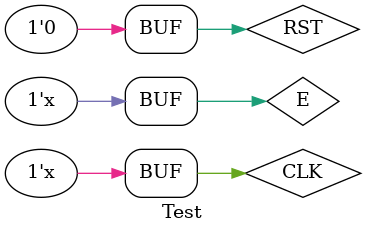
<source format=v>
`timescale 1ns / 1ps


module Test;

	// Inputs
	reg RST;
	reg CLK;
	reg E;

	// Outputs
	wire [7:0] Count;
	wire TX;
	

	// Instantiate the Unit Under Test (UUT)
	Encoder_UART uut (
		.RST(RST), 
		.CLK(CLK), 
		.E(E), 
		.Count(Count), 
		.TX(TX),
		.TX_Count(TX_Count)
		
	);

	initial begin
		// Initialize Inputs
		RST = 1;
		CLK = 0;
		E = 0;

		// Wait 100 ns for global reset to finish
		#100;
		RST =0;
        
		// Add stimulus here

	end
	always
		begin
		#5 CLK =~ CLK;
		end
	always 
		begin
		#5859 E =~ E;
		end
      
endmodule


</source>
